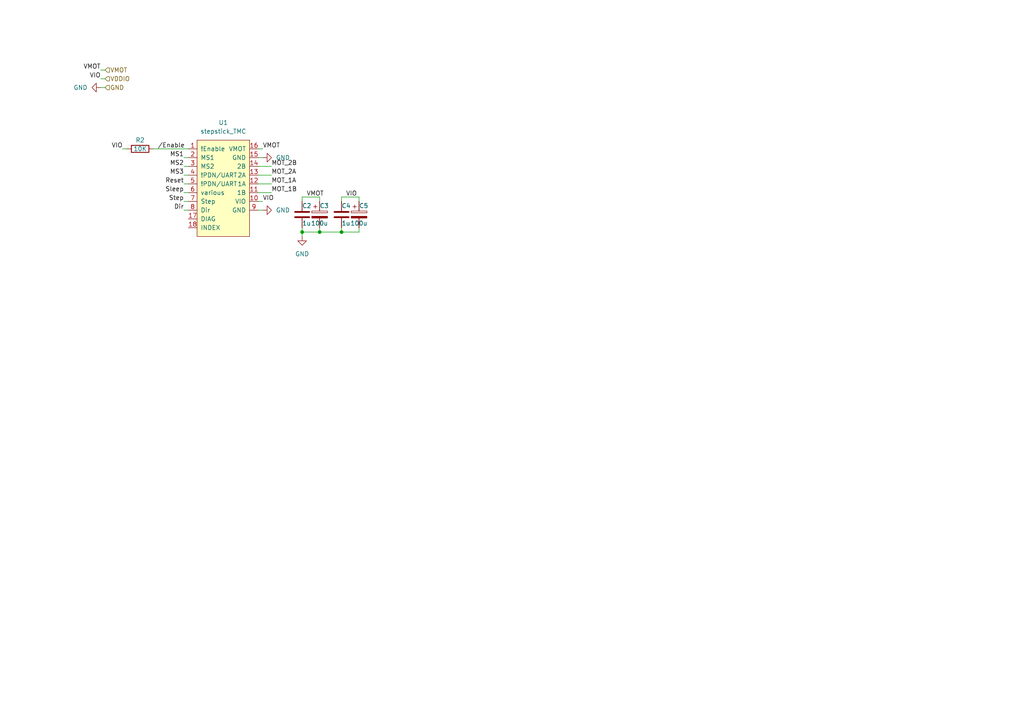
<source format=kicad_sch>
(kicad_sch (version 20230121) (generator eeschema)
  (paper "A4")
  (lib_symbols
    (symbol "Device:C" (pin_numbers hide) (pin_names (offset 0.254))
      (property "Reference" "C" (at 0.635 2.54 0))
      (property "Value" "C" (at 0.635 -2.54 0))
      (symbol "C_0_1"
        (polyline (pts (xy -2.032 -0.762) (xy 2.032 -0.762)) (stroke (width 0.508)))
        (polyline (pts (xy -2.032 0.762) (xy 2.032 0.762)) (stroke (width 0.508)))
      )
      (symbol "C_1_1"
        (pin passive line (at 0 3.81 270) (length 2.794) (name "~") (number "1"))
        (pin passive line (at 0 -3.81 90) (length 2.794) (name "~") (number "2"))
      )
    )
    (symbol "Device:C_Polarized" (pin_numbers hide) (pin_names (offset 0.254))
      (property "Reference" "C" (at 0.635 2.54 0))
      (property "Value" "C_Polarized" (at 0.635 -2.54 0))
      (symbol "C_Polarized_0_1"
        (rectangle (start -2.286 0.508) (end 2.286 1.016))
        (polyline (pts (xy -1.778 2.286) (xy -0.762 2.286)))
        (polyline (pts (xy -1.27 2.794) (xy -1.27 1.778)))
        (rectangle (start 2.286 -0.508) (end -2.286 -1.016) (fill (type outline)))
      )
      (symbol "C_Polarized_1_1"
        (pin passive line (at 0 3.81 270) (length 2.794) (name "~") (number "1"))
        (pin passive line (at 0 -3.81 90) (length 2.794) (name "~") (number "2"))
      )
    )
    (symbol "Device:R" (pin_numbers hide) (pin_names (offset 0))
      (property "Reference" "R" (at 2.032 0 90))
      (property "Value" "R" (at 0 0 90))
      (symbol "R_0_1"
        (rectangle (start -1.016 -2.54) (end 1.016 2.54) (stroke (width 0.254)))
      )
      (symbol "R_1_1"
        (pin passive line (at 0 3.81 270) (length 1.27) (name "~") (number "1"))
        (pin passive line (at 0 -3.81 90) (length 1.27) (name "~") (number "2"))
      )
    )
    (symbol "SquantorModules:stepstick_TMC" (pin_names (offset 1.016))
      (property "Reference" "U" (at 0 12.7 0))
      (property "Value" "stepstick_TMC" (at 0 -17.78 0))
      (symbol "stepstick_TMC_0_1"
        (rectangle (start -7.62 11.43) (end 7.62 -16.51) (fill (type background)))
      )
      (symbol "stepstick_TMC_1_1"
        (pin input line (at -10.16 8.89 0) (length 2.54) (name "!Enable") (number "1"))
        (pin power_in line (at 10.16 -6.35 180) (length 2.54) (name "VIO") (number "10"))
        (pin output line (at 10.16 -3.81 180) (length 2.54) (name "1B") (number "11"))
        (pin output line (at 10.16 -1.27 180) (length 2.54) (name "1A") (number "12"))
        (pin output line (at 10.16 1.27 180) (length 2.54) (name "2A") (number "13"))
        (pin output line (at 10.16 3.81 180) (length 2.54) (name "2B") (number "14"))
        (pin power_in line (at 10.16 6.35 180) (length 2.54) (name "GND") (number "15"))
        (pin power_in line (at 10.16 8.89 180) (length 2.54) (name "VMOT") (number "16"))
        (pin output line (at -10.16 -11.43 0) (length 2.54) (name "DIAG") (number "17"))
        (pin output line (at -10.16 -13.97 0) (length 2.54) (name "INDEX") (number "18"))
        (pin input line (at -10.16 6.35 0) (length 2.54) (name "MS1") (number "2"))
        (pin input line (at -10.16 3.81 0) (length 2.54) (name "MS2") (number "3"))
        (pin bidirectional line (at -10.16 1.27 0) (length 2.54) (name "!PDN/UART") (number "4"))
        (pin bidirectional line (at -10.16 -1.27 0) (length 2.54) (name "!PDN/UART") (number "5"))
        (pin bidirectional line (at -10.16 -3.81 0) (length 2.54) (name "various") (number "6"))
        (pin input line (at -10.16 -6.35 0) (length 2.54) (name "Step") (number "7"))
        (pin input line (at -10.16 -8.89 0) (length 2.54) (name "Dir") (number "8"))
        (pin power_in line (at 10.16 -8.89 180) (length 2.54) (name "GND") (number "9"))
      )
    )
    (symbol "power:GND" (power) (pin_names (offset 0))
      (property "Value" "GND" (at 0 -3.81 0))
      (symbol "GND_0_1"
        (polyline (pts (xy 0 0) (xy 0 -1.27) (xy 1.27 -1.27) (xy 0 -2.54) (xy -1.27 -1.27) (xy 0 -1.27)))
      )
      (symbol "GND_1_1"
        (pin power_in line (at 0 0 270) (length 0) hide (name "GND") (number "1"))
      )
    )
  )
  (junction (at 99.06 67.31))
  (junction (at 87.63 67.31))
  (junction (at 92.71 67.31))
  (wire (pts (xy 29.21 20.32) (xy 30.48 20.32)))
  (wire (pts (xy 104.14 67.31) (xy 104.14 66.04)))
  (wire (pts (xy 92.71 57.15) (xy 92.71 58.42)))
  (wire (pts (xy 29.21 22.86) (xy 30.48 22.86)))
  (wire (pts (xy 74.93 50.8) (xy 78.74 50.8)))
  (wire (pts (xy 74.93 53.34) (xy 78.74 53.34)))
  (wire (pts (xy 74.93 45.72) (xy 76.2 45.72)))
  (wire (pts (xy 87.63 66.04) (xy 87.63 67.31)))
  (wire (pts (xy 53.34 48.26) (xy 54.61 48.26)))
  (wire (pts (xy 99.06 58.42) (xy 99.06 57.15)))
  (wire (pts (xy 87.63 57.15) (xy 92.71 57.15)))
  (wire (pts (xy 53.34 60.96) (xy 54.61 60.96)))
  (wire (pts (xy 29.21 25.4) (xy 30.48 25.4)))
  (wire (pts (xy 76.2 58.42) (xy 74.93 58.42)))
  (wire (pts (xy 99.06 67.31) (xy 104.14 67.31)))
  (wire (pts (xy 53.34 50.8) (xy 54.61 50.8)))
  (wire (pts (xy 44.45 43.18) (xy 54.61 43.18)))
  (wire (pts (xy 53.34 53.34) (xy 54.61 53.34)))
  (wire (pts (xy 87.63 68.58) (xy 87.63 67.31)))
  (wire (pts (xy 74.93 60.96) (xy 76.2 60.96)))
  (wire (pts (xy 74.93 48.26) (xy 78.74 48.26)))
  (wire (pts (xy 92.71 66.04) (xy 92.71 67.31)))
  (wire (pts (xy 53.34 55.88) (xy 54.61 55.88)))
  (wire (pts (xy 87.63 58.42) (xy 87.63 57.15)))
  (wire (pts (xy 99.06 57.15) (xy 104.14 57.15)))
  (wire (pts (xy 74.93 55.88) (xy 78.74 55.88)))
  (wire (pts (xy 53.34 45.72) (xy 54.61 45.72)))
  (wire (pts (xy 87.63 67.31) (xy 92.71 67.31)))
  (wire (pts (xy 53.34 58.42) (xy 54.61 58.42)))
  (wire (pts (xy 35.56 43.18) (xy 36.83 43.18)))
  (wire (pts (xy 99.06 66.04) (xy 99.06 67.31)))
  (wire (pts (xy 74.93 43.18) (xy 76.2 43.18)))
  (wire (pts (xy 104.14 57.15) (xy 104.14 58.42)))
  (wire (pts (xy 92.71 67.31) (xy 99.06 67.31)))
  (label "Sleep" (at 53.34 55.88 180))
  (label "VIO" (at 76.2 58.42 0))
  (label "VMOT" (at 29.21 20.32 180))
  (label "MOT_2A" (at 78.74 50.8 0))
  (label "Step" (at 53.34 58.42 180))
  (label "MS1" (at 53.34 45.72 180))
  (label "MOT_1A" (at 78.74 53.34 0))
  (label "{slash}Enable" (at 45.72 43.18 0))
  (label "VMOT" (at 76.2 43.18 0))
  (label "MS2" (at 53.34 48.26 180))
  (label "MS3" (at 53.34 50.8 180))
  (label "MOT_2B" (at 78.74 48.26 0))
  (label "VIO" (at 35.56 43.18 180))
  (label "VMOT" (at 88.9 57.15 0))
  (label "Dir" (at 53.34 60.96 180))
  (label "MOT_1B" (at 78.74 55.88 0))
  (label "VIO" (at 100.33 57.15 0))
  (label "Reset" (at 53.34 53.34 180))
  (label "VIO" (at 29.21 22.86 180))
  (hierarchical_label "VMOT" (shape input) (at 30.48 20.32 0))
  (hierarchical_label "GND" (shape input) (at 30.48 25.4 0))
  (hierarchical_label "VDDIO" (shape input) (at 30.48 22.86 0))
  (symbol (lib_id "Device:C_Polarized") (at 104.14 62.23 0) (unit 1)
    (property "Reference" "C5" (at 104.14 59.69 0) (effects (justify left)))
    (property "Value" "100u" (at 101.6 64.77 0) (effects (justify left)))
  )
  (symbol (lib_id "Device:C_Polarized") (at 92.71 62.23 0) (unit 1)
    (property "Reference" "C3" (at 92.71 59.69 0) (effects (justify left)))
    (property "Value" "100u" (at 90.17 64.77 0) (effects (justify left)))
  )
  (symbol (lib_id "power:GND") (at 87.63 68.58 0) (unit 1)
    (property "Reference" "#PWR06" (effects hide))
    (property "Value" "GND" (at 87.63 73.66 0))
  )
  (symbol (lib_id "SquantorModules:stepstick_TMC") (at 64.77 52.07 0) (unit 1)
    (property "Reference" "U1" (at 64.77 35.56 0))
    (property "Value" "stepstick_TMC" (at 64.77 38.1 0))
    (property "Footprint" "SquantorModules:stepstick_18p" (effects hide))
  )
  (symbol (lib_id "power:GND") (at 76.2 45.72 90) (unit 1)
    (property "Reference" "#PWR04" (effects hide))
    (property "Value" "GND" (at 80.01 45.72 90) (effects (justify right)))
  )
  (symbol (lib_id "Device:C") (at 87.63 62.23 0) (unit 1)
    (property "Reference" "C2" (at 87.63 59.69 0) (effects (justify left)))
    (property "Value" "1u" (at 87.63 64.77 0) (effects (justify left)))
    (property "Footprint" "SquantorRcl:C_0603" (effects hide))
  )
  (symbol (lib_id "power:GND") (at 76.2 60.96 90) (unit 1)
    (property "Reference" "#PWR05" (effects hide))
    (property "Value" "GND" (at 80.01 60.96 90) (effects (justify right)))
  )
  (symbol (lib_id "power:GND") (at 29.21 25.4 270) (unit 1)
    (property "Reference" "#PWR07" (effects hide))
    (property "Value" "GND" (at 25.4 25.4 90) (effects (justify right)))
  )
  (symbol (lib_id "Device:C") (at 99.06 62.23 0) (unit 1)
    (property "Reference" "C4" (at 99.06 59.69 0) (effects (justify left)))
    (property "Value" "1u" (at 99.06 64.77 0) (effects (justify left)))
    (property "Footprint" "SquantorRcl:C_0603" (effects hide))
  )
  (symbol (lib_id "Device:R") (at 40.64 43.18 90) (unit 1)
    (property "Reference" "R2" (at 40.64 40.64 90))
    (property "Value" "10K" (at 40.64 43.18 90))
    (property "Footprint" "SquantorRcl:R_0603_hand" (effects hide))
  )
)
</source>
